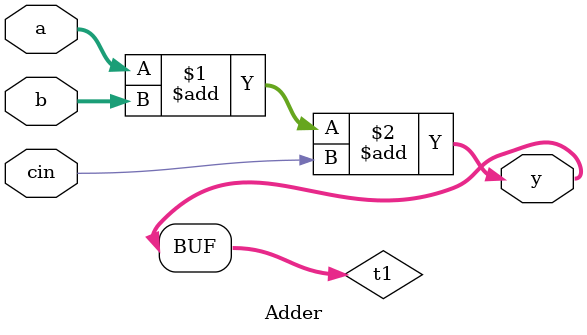
<source format=v>
`timescale 1ns / 1ps
module Adder(a, b, cin, y);
    input [7:0] a;
    input [7:0] b;
    input cin;
    output [7:0] y;
wire [7:0] t1;
assign t1 = a + b+ cin;
assign y = t1;

endmodule


</source>
